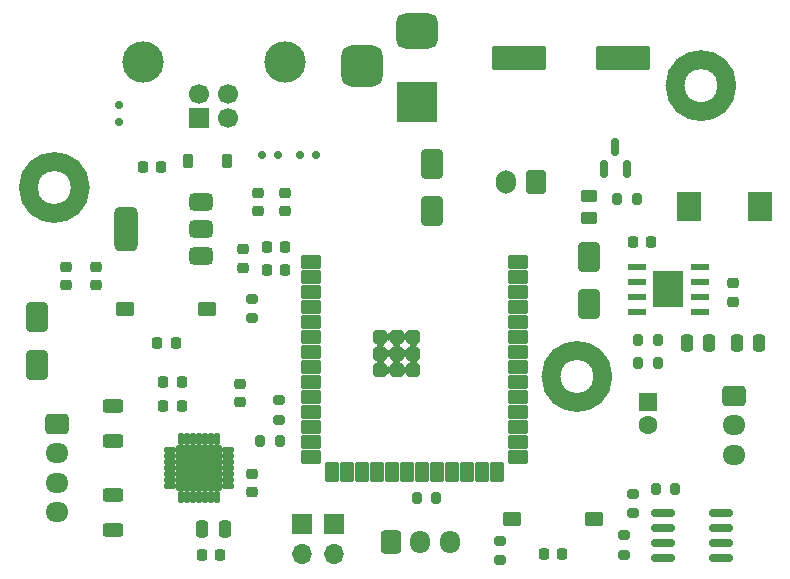
<source format=gbr>
%TF.GenerationSoftware,KiCad,Pcbnew,8.0.4*%
%TF.CreationDate,2025-07-27T19:27:03+02:00*%
%TF.ProjectId,GastroFocap,47617374-726f-4466-9f63-61702e6b6963,rev?*%
%TF.SameCoordinates,Original*%
%TF.FileFunction,Soldermask,Top*%
%TF.FilePolarity,Negative*%
%FSLAX46Y46*%
G04 Gerber Fmt 4.6, Leading zero omitted, Abs format (unit mm)*
G04 Created by KiCad (PCBNEW 8.0.4) date 2025-07-27 19:27:03*
%MOMM*%
%LPD*%
G01*
G04 APERTURE LIST*
G04 Aperture macros list*
%AMRoundRect*
0 Rectangle with rounded corners*
0 $1 Rounding radius*
0 $2 $3 $4 $5 $6 $7 $8 $9 X,Y pos of 4 corners*
0 Add a 4 corners polygon primitive as box body*
4,1,4,$2,$3,$4,$5,$6,$7,$8,$9,$2,$3,0*
0 Add four circle primitives for the rounded corners*
1,1,$1+$1,$2,$3*
1,1,$1+$1,$4,$5*
1,1,$1+$1,$6,$7*
1,1,$1+$1,$8,$9*
0 Add four rect primitives between the rounded corners*
20,1,$1+$1,$2,$3,$4,$5,0*
20,1,$1+$1,$4,$5,$6,$7,0*
20,1,$1+$1,$6,$7,$8,$9,0*
20,1,$1+$1,$8,$9,$2,$3,0*%
G04 Aperture macros list end*
%ADD10C,0.000000*%
%ADD11C,1.600000*%
%ADD12C,0.300000*%
%ADD13RoundRect,0.225000X-0.250000X0.225000X-0.250000X-0.225000X0.250000X-0.225000X0.250000X0.225000X0*%
%ADD14RoundRect,0.250000X0.250000X0.475000X-0.250000X0.475000X-0.250000X-0.475000X0.250000X-0.475000X0*%
%ADD15RoundRect,0.250000X-0.250000X-0.475000X0.250000X-0.475000X0.250000X0.475000X-0.250000X0.475000X0*%
%ADD16R,2.600000X3.100000*%
%ADD17R,1.550000X0.600000*%
%ADD18RoundRect,0.200000X0.200000X0.275000X-0.200000X0.275000X-0.200000X-0.275000X0.200000X-0.275000X0*%
%ADD19RoundRect,0.200000X-0.200000X-0.275000X0.200000X-0.275000X0.200000X0.275000X-0.200000X0.275000X0*%
%ADD20R,1.500000X2.400000*%
%ADD21RoundRect,0.250000X-0.650000X1.000000X-0.650000X-1.000000X0.650000X-1.000000X0.650000X1.000000X0*%
%ADD22C,1.600000*%
%ADD23R,1.600000X1.600000*%
%ADD24RoundRect,0.225000X0.225000X0.250000X-0.225000X0.250000X-0.225000X-0.250000X0.225000X-0.250000X0*%
%ADD25RoundRect,0.250000X0.450000X-0.262500X0.450000X0.262500X-0.450000X0.262500X-0.450000X-0.262500X0*%
%ADD26RoundRect,0.225000X0.225000X0.375000X-0.225000X0.375000X-0.225000X-0.375000X0.225000X-0.375000X0*%
%ADD27C,3.500000*%
%ADD28C,1.700000*%
%ADD29R,1.700000X1.700000*%
%ADD30RoundRect,0.300000X0.500000X0.300000X-0.500000X0.300000X-0.500000X-0.300000X0.500000X-0.300000X0*%
%ADD31RoundRect,0.225000X-0.225000X-0.250000X0.225000X-0.250000X0.225000X0.250000X-0.225000X0.250000X0*%
%ADD32RoundRect,0.225000X0.250000X-0.225000X0.250000X0.225000X-0.250000X0.225000X-0.250000X-0.225000X0*%
%ADD33RoundRect,0.250001X-2.049999X-0.799999X2.049999X-0.799999X2.049999X0.799999X-2.049999X0.799999X0*%
%ADD34RoundRect,0.200000X-0.275000X0.200000X-0.275000X-0.200000X0.275000X-0.200000X0.275000X0.200000X0*%
%ADD35RoundRect,0.200000X0.275000X-0.200000X0.275000X0.200000X-0.275000X0.200000X-0.275000X-0.200000X0*%
%ADD36RoundRect,0.102000X-0.450000X-0.450000X0.450000X-0.450000X0.450000X0.450000X-0.450000X0.450000X0*%
%ADD37RoundRect,0.102000X-0.750000X-0.450000X0.750000X-0.450000X0.750000X0.450000X-0.750000X0.450000X0*%
%ADD38RoundRect,0.102000X-0.450000X-0.750000X0.450000X-0.750000X0.450000X0.750000X-0.450000X0.750000X0*%
%ADD39O,1.700000X1.950000*%
%ADD40RoundRect,0.250000X-0.600000X-0.725000X0.600000X-0.725000X0.600000X0.725000X-0.600000X0.725000X0*%
%ADD41RoundRect,0.150000X0.825000X0.150000X-0.825000X0.150000X-0.825000X-0.150000X0.825000X-0.150000X0*%
%ADD42RoundRect,0.875000X-0.875000X0.875000X-0.875000X-0.875000X0.875000X-0.875000X0.875000X0.875000X0*%
%ADD43RoundRect,0.750000X-1.000000X0.750000X-1.000000X-0.750000X1.000000X-0.750000X1.000000X0.750000X0*%
%ADD44R,3.500000X3.500000*%
%ADD45RoundRect,0.250000X0.650000X-1.000000X0.650000X1.000000X-0.650000X1.000000X-0.650000X-1.000000X0*%
%ADD46RoundRect,0.375000X0.625000X0.375000X-0.625000X0.375000X-0.625000X-0.375000X0.625000X-0.375000X0*%
%ADD47RoundRect,0.500000X0.500000X1.400000X-0.500000X1.400000X-0.500000X-1.400000X0.500000X-1.400000X0*%
%ADD48RoundRect,0.150000X-0.150000X-0.200000X0.150000X-0.200000X0.150000X0.200000X-0.150000X0.200000X0*%
%ADD49RoundRect,0.102000X1.850000X-1.850000X1.850000X1.850000X-1.850000X1.850000X-1.850000X-1.850000X0*%
%ADD50RoundRect,0.059250X0.447750X-0.177750X0.447750X0.177750X-0.447750X0.177750X-0.447750X-0.177750X0*%
%ADD51RoundRect,0.059250X0.177750X-0.447750X0.177750X0.447750X-0.177750X0.447750X-0.177750X-0.447750X0*%
%ADD52RoundRect,0.150000X0.150000X-0.587500X0.150000X0.587500X-0.150000X0.587500X-0.150000X-0.587500X0*%
%ADD53O,1.950000X1.700000*%
%ADD54RoundRect,0.250000X-0.725000X0.600000X-0.725000X-0.600000X0.725000X-0.600000X0.725000X0.600000X0*%
%ADD55O,1.700000X2.000000*%
%ADD56RoundRect,0.250000X0.600000X0.750000X-0.600000X0.750000X-0.600000X-0.750000X0.600000X-0.750000X0*%
%ADD57O,1.700000X1.700000*%
%ADD58RoundRect,0.250000X-0.625000X0.312500X-0.625000X-0.312500X0.625000X-0.312500X0.625000X0.312500X0*%
%ADD59RoundRect,0.150000X-0.200000X0.150000X-0.200000X-0.150000X0.200000X-0.150000X0.200000X0.150000X0*%
%ADD60RoundRect,0.300000X-0.500000X-0.300000X0.500000X-0.300000X0.500000X0.300000X-0.500000X0.300000X0*%
G04 APERTURE END LIST*
D10*
G36*
X118250000Y-55500000D02*
G01*
X116250000Y-55500000D01*
X116250000Y-53000000D01*
X118250000Y-53000000D01*
X118250000Y-55500000D01*
G37*
G36*
X124250000Y-55500000D02*
G01*
X122250000Y-55500000D01*
X122250000Y-53000000D01*
X124250000Y-53000000D01*
X124250000Y-55500000D01*
G37*
D11*
X65700000Y-52625000D02*
G75*
G02*
X61300000Y-52625000I-2200000J0D01*
G01*
X61300000Y-52625000D02*
G75*
G02*
X65700000Y-52625000I2200000J0D01*
G01*
X109950000Y-68625000D02*
G75*
G02*
X105550000Y-68625000I-2200000J0D01*
G01*
X105550000Y-68625000D02*
G75*
G02*
X109950000Y-68625000I2200000J0D01*
G01*
X120450000Y-44000000D02*
G75*
G02*
X116050000Y-44000000I-2200000J0D01*
G01*
X116050000Y-44000000D02*
G75*
G02*
X120450000Y-44000000I2200000J0D01*
G01*
%TO.C,U2*%
D12*
X94050000Y-67375000D02*
G75*
G02*
X93750000Y-67375000I-150000J0D01*
G01*
X93750000Y-67375000D02*
G75*
G02*
X94050000Y-67375000I150000J0D01*
G01*
X94050000Y-65975000D02*
G75*
G02*
X93750000Y-65975000I-150000J0D01*
G01*
X93750000Y-65975000D02*
G75*
G02*
X94050000Y-65975000I150000J0D01*
G01*
X93350000Y-68075000D02*
G75*
G02*
X93050000Y-68075000I-150000J0D01*
G01*
X93050000Y-68075000D02*
G75*
G02*
X93350000Y-68075000I150000J0D01*
G01*
X93350000Y-66675000D02*
G75*
G02*
X93050000Y-66675000I-150000J0D01*
G01*
X93050000Y-66675000D02*
G75*
G02*
X93350000Y-66675000I150000J0D01*
G01*
X93350000Y-65275000D02*
G75*
G02*
X93050000Y-65275000I-150000J0D01*
G01*
X93050000Y-65275000D02*
G75*
G02*
X93350000Y-65275000I150000J0D01*
G01*
X92650000Y-67375000D02*
G75*
G02*
X92350000Y-67375000I-150000J0D01*
G01*
X92350000Y-67375000D02*
G75*
G02*
X92650000Y-67375000I150000J0D01*
G01*
X92650000Y-65975000D02*
G75*
G02*
X92350000Y-65975000I-150000J0D01*
G01*
X92350000Y-65975000D02*
G75*
G02*
X92650000Y-65975000I150000J0D01*
G01*
X91950000Y-68075000D02*
G75*
G02*
X91650000Y-68075000I-150000J0D01*
G01*
X91650000Y-68075000D02*
G75*
G02*
X91950000Y-68075000I150000J0D01*
G01*
X91950000Y-66675000D02*
G75*
G02*
X91650000Y-66675000I-150000J0D01*
G01*
X91650000Y-66675000D02*
G75*
G02*
X91950000Y-66675000I150000J0D01*
G01*
X91950000Y-65275000D02*
G75*
G02*
X91650000Y-65275000I-150000J0D01*
G01*
X91650000Y-65275000D02*
G75*
G02*
X91950000Y-65275000I150000J0D01*
G01*
X91250000Y-67375000D02*
G75*
G02*
X90950000Y-67375000I-150000J0D01*
G01*
X90950000Y-67375000D02*
G75*
G02*
X91250000Y-67375000I150000J0D01*
G01*
X91250000Y-65975000D02*
G75*
G02*
X90950000Y-65975000I-150000J0D01*
G01*
X90950000Y-65975000D02*
G75*
G02*
X91250000Y-65975000I150000J0D01*
G01*
%TD*%
D13*
%TO.C,C11*%
X79250000Y-69225000D03*
X79250000Y-70775000D03*
%TD*%
D14*
%TO.C,C19*%
X77950000Y-81500000D03*
X76050000Y-81500000D03*
%TD*%
%TO.C,C9*%
X123200000Y-65750000D03*
X121300000Y-65750000D03*
%TD*%
D15*
%TO.C,C8*%
X117050000Y-65750000D03*
X118950000Y-65750000D03*
%TD*%
D16*
%TO.C,U4*%
X115500000Y-61250000D03*
D17*
X118200000Y-59345000D03*
X118200000Y-60615000D03*
X118200000Y-61885000D03*
X118200000Y-63155000D03*
X112800000Y-63155000D03*
X112800000Y-61885000D03*
X112800000Y-60615000D03*
X112800000Y-59345000D03*
%TD*%
D18*
%TO.C,R10*%
X114575000Y-67500000D03*
X112925000Y-67500000D03*
%TD*%
D19*
%TO.C,R11*%
X114575000Y-65500000D03*
X112925000Y-65500000D03*
%TD*%
D20*
%TO.C,L1*%
X117500000Y-54250000D03*
X123000000Y-54250000D03*
%TD*%
D21*
%TO.C,D4*%
X108750000Y-58500000D03*
X108750000Y-62500000D03*
%TD*%
D13*
%TO.C,C6*%
X121000000Y-60725000D03*
X121000000Y-62275000D03*
%TD*%
D22*
%TO.C,C7*%
X113750000Y-72750000D03*
D23*
X113750000Y-70750000D03*
%TD*%
D24*
%TO.C,C5*%
X114025000Y-57250000D03*
X112475000Y-57250000D03*
%TD*%
D25*
%TO.C,R4*%
X108750000Y-53337500D03*
X108750000Y-55162500D03*
%TD*%
D26*
%TO.C,D5*%
X78150000Y-50375000D03*
X74850000Y-50375000D03*
%TD*%
D27*
%TO.C,J5*%
X83020000Y-42000000D03*
X70980000Y-42000000D03*
D28*
X75750000Y-44710000D03*
X78250000Y-44710000D03*
X78250000Y-46710000D03*
D29*
X75750000Y-46710000D03*
%TD*%
D30*
%TO.C,SW1*%
X109225000Y-80675000D03*
X102275000Y-80675000D03*
%TD*%
D13*
%TO.C,C17*%
X80250000Y-78425000D03*
X80250000Y-76875000D03*
%TD*%
D31*
%TO.C,C14*%
X74275000Y-69125000D03*
X72725000Y-69125000D03*
%TD*%
%TO.C,C13*%
X74275000Y-71125000D03*
X72725000Y-71125000D03*
%TD*%
D24*
%TO.C,C23*%
X81475000Y-59625000D03*
X83025000Y-59625000D03*
%TD*%
%TO.C,C22*%
X81475000Y-57625000D03*
X83025000Y-57625000D03*
%TD*%
D13*
%TO.C,C21*%
X83000000Y-54650000D03*
X83000000Y-53100000D03*
%TD*%
%TO.C,C20*%
X80750000Y-54650000D03*
X80750000Y-53100000D03*
%TD*%
D24*
%TO.C,C18*%
X72225000Y-65750000D03*
X73775000Y-65750000D03*
%TD*%
D31*
%TO.C,C10*%
X106525000Y-83625000D03*
X104975000Y-83625000D03*
%TD*%
D32*
%TO.C,C3*%
X79500000Y-57850000D03*
X79500000Y-59400000D03*
%TD*%
D13*
%TO.C,C2*%
X67000000Y-60900000D03*
X67000000Y-59350000D03*
%TD*%
%TO.C,C1*%
X64500000Y-60900000D03*
X64500000Y-59350000D03*
%TD*%
D24*
%TO.C,C16*%
X70975000Y-50875000D03*
X72525000Y-50875000D03*
%TD*%
D33*
%TO.C,C4*%
X111650000Y-41625000D03*
X102850000Y-41625000D03*
%TD*%
D34*
%TO.C,R8*%
X111750000Y-83700000D03*
X111750000Y-82050000D03*
%TD*%
%TO.C,R7*%
X112500000Y-80200000D03*
X112500000Y-78550000D03*
%TD*%
D19*
%TO.C,R6*%
X116075000Y-78125000D03*
X114425000Y-78125000D03*
%TD*%
D35*
%TO.C,R12*%
X80250000Y-63700000D03*
X80250000Y-62050000D03*
%TD*%
D34*
%TO.C,R9*%
X101250000Y-84200000D03*
X101250000Y-82550000D03*
%TD*%
D19*
%TO.C,R3*%
X80925000Y-74125000D03*
X82575000Y-74125000D03*
%TD*%
D34*
%TO.C,R1*%
X82500000Y-72275000D03*
X82500000Y-70625000D03*
%TD*%
D18*
%TO.C,R5*%
X111175000Y-53625000D03*
X112825000Y-53625000D03*
%TD*%
D19*
%TO.C,R2*%
X95825000Y-78875000D03*
X94175000Y-78875000D03*
%TD*%
D36*
%TO.C,U2*%
X93900000Y-68085000D03*
X92500000Y-68085000D03*
X91100000Y-68085000D03*
X93900000Y-66685000D03*
X92500000Y-66685000D03*
X91100000Y-66685000D03*
X93900000Y-65285000D03*
X92500000Y-65285000D03*
X91100000Y-65285000D03*
D37*
X102750000Y-58965000D03*
X102750000Y-60235000D03*
X102750000Y-61505000D03*
X102750000Y-62775000D03*
X102750000Y-64045000D03*
X102750000Y-65315000D03*
X102750000Y-66585000D03*
X102750000Y-67855000D03*
X102750000Y-69125000D03*
X102750000Y-70395000D03*
X102750000Y-71665000D03*
X102750000Y-72935000D03*
X102750000Y-74205000D03*
X102750000Y-75475000D03*
D38*
X100985000Y-76725000D03*
X99715000Y-76725000D03*
X98445000Y-76725000D03*
X97175000Y-76725000D03*
X95905000Y-76725000D03*
X94635000Y-76725000D03*
X93365000Y-76725000D03*
X92095000Y-76725000D03*
X90825000Y-76725000D03*
X89555000Y-76725000D03*
X88285000Y-76725000D03*
X87015000Y-76725000D03*
D37*
X85250000Y-75475000D03*
X85250000Y-74205000D03*
X85250000Y-72935000D03*
X85250000Y-71665000D03*
X85250000Y-70395000D03*
X85250000Y-69125000D03*
X85250000Y-67855000D03*
X85250000Y-66585000D03*
X85250000Y-65315000D03*
X85250000Y-64045000D03*
X85250000Y-62775000D03*
X85250000Y-61505000D03*
X85250000Y-60235000D03*
X85250000Y-58965000D03*
%TD*%
D39*
%TO.C,U1*%
X97000000Y-82600000D03*
X94500000Y-82600000D03*
D40*
X92000000Y-82600000D03*
%TD*%
D41*
%TO.C,U3*%
X115025000Y-84030000D03*
X115025000Y-82760000D03*
X115025000Y-81490000D03*
X115025000Y-80220000D03*
X119975000Y-80220000D03*
X119975000Y-81490000D03*
X119975000Y-82760000D03*
X119975000Y-84030000D03*
%TD*%
D42*
%TO.C,J4*%
X89550000Y-42375000D03*
D43*
X94250000Y-39375000D03*
D44*
X94250000Y-45375000D03*
%TD*%
D45*
%TO.C,D2*%
X95500000Y-50625000D03*
X95500000Y-54625000D03*
%TD*%
D46*
%TO.C,U6*%
X75900000Y-53825000D03*
D47*
X69600000Y-56125000D03*
D46*
X75900000Y-56125000D03*
X75900000Y-58425000D03*
%TD*%
D48*
%TO.C,D7*%
X84300000Y-49875000D03*
X85700000Y-49875000D03*
%TD*%
D49*
%TO.C,U5*%
X75750000Y-76375000D03*
D50*
X73300000Y-77875000D03*
X73300000Y-77375000D03*
X73300000Y-76875000D03*
X73300000Y-76375000D03*
X73300000Y-75875000D03*
X73300000Y-75375000D03*
X73300000Y-74875000D03*
D51*
X74250000Y-73925000D03*
X74750000Y-73925000D03*
X75250000Y-73925000D03*
X75750000Y-73925000D03*
X76250000Y-73925000D03*
X76750000Y-73925000D03*
X77250000Y-73925000D03*
D50*
X78200000Y-74875000D03*
X78200000Y-75375000D03*
X78200000Y-75875000D03*
X78200000Y-76375000D03*
X78200000Y-76875000D03*
X78200000Y-77375000D03*
X78200000Y-77875000D03*
D51*
X77250000Y-78825000D03*
X76750000Y-78825000D03*
X76250000Y-78825000D03*
X75750000Y-78825000D03*
X75250000Y-78825000D03*
X74750000Y-78825000D03*
X74250000Y-78825000D03*
%TD*%
D48*
%TO.C,D8*%
X81050000Y-49875000D03*
X82450000Y-49875000D03*
%TD*%
D52*
%TO.C,Q1*%
X111000000Y-49187500D03*
X111950000Y-51062500D03*
X110050000Y-51062500D03*
%TD*%
D45*
%TO.C,D1*%
X62000000Y-63625000D03*
X62000000Y-67625000D03*
%TD*%
D53*
%TO.C,J6*%
X63750000Y-80125000D03*
X63750000Y-77625000D03*
X63750000Y-75125000D03*
D54*
X63750000Y-72625000D03*
%TD*%
D55*
%TO.C,D3*%
X101750000Y-52125000D03*
D56*
X104250000Y-52125000D03*
%TD*%
D57*
%TO.C,J2*%
X84500000Y-83625000D03*
D29*
X84500000Y-81085000D03*
%TD*%
D58*
%TO.C,R13*%
X68500000Y-74087500D03*
X68500000Y-71162500D03*
%TD*%
%TO.C,R14*%
X68500000Y-81587500D03*
X68500000Y-78662500D03*
%TD*%
D59*
%TO.C,D6*%
X69000000Y-45675000D03*
X69000000Y-47075000D03*
%TD*%
D53*
%TO.C,J1*%
X121025000Y-75250000D03*
X121025000Y-72750000D03*
D54*
X121025000Y-70250000D03*
%TD*%
D31*
%TO.C,C12*%
X77525000Y-83750000D03*
X75975000Y-83750000D03*
%TD*%
D57*
%TO.C,J3*%
X87150000Y-83625000D03*
D29*
X87150000Y-81085000D03*
%TD*%
D60*
%TO.C,SW2*%
X69500000Y-62875000D03*
X76450000Y-62875000D03*
%TD*%
M02*

</source>
